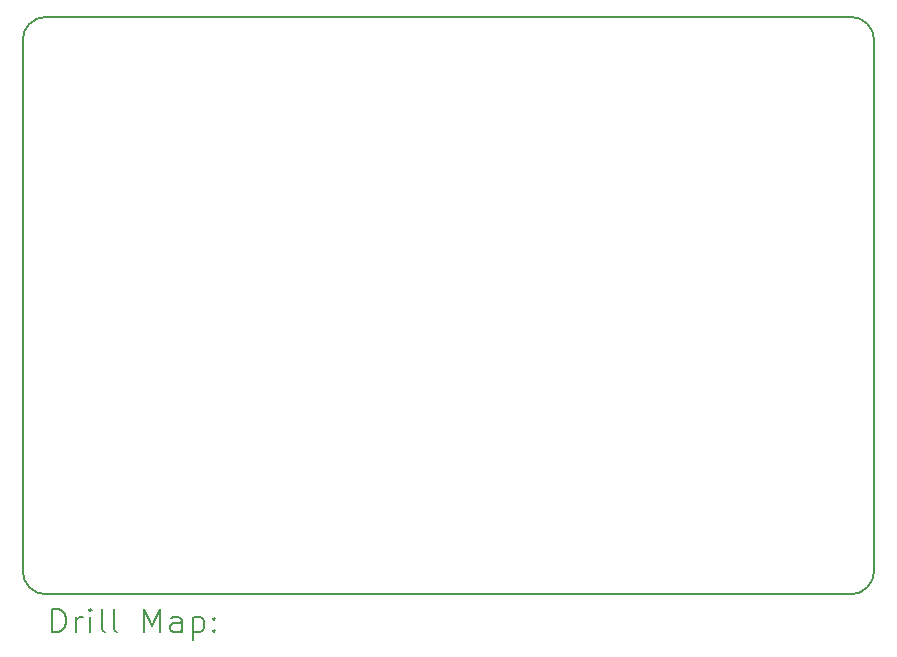
<source format=gbr>
%TF.GenerationSoftware,KiCad,Pcbnew,8.0.2*%
%TF.CreationDate,2024-06-16T16:36:40+02:00*%
%TF.ProjectId,Screen Control,53637265-656e-4204-936f-6e74726f6c2e,rev?*%
%TF.SameCoordinates,Original*%
%TF.FileFunction,Drillmap*%
%TF.FilePolarity,Positive*%
%FSLAX45Y45*%
G04 Gerber Fmt 4.5, Leading zero omitted, Abs format (unit mm)*
G04 Created by KiCad (PCBNEW 8.0.2) date 2024-06-16 16:36:40*
%MOMM*%
%LPD*%
G01*
G04 APERTURE LIST*
%ADD10C,0.200000*%
G04 APERTURE END LIST*
D10*
X11123930Y-10323220D02*
X11123930Y-5833720D01*
X18134990Y-5633720D02*
G75*
G02*
X18334990Y-5833720I0J-200000D01*
G01*
X11323930Y-5633720D02*
X18134990Y-5633720D01*
X18134990Y-10523220D02*
X11323930Y-10523220D01*
X11123930Y-5833720D02*
G75*
G02*
X11323930Y-5633720I200000J0D01*
G01*
X11323930Y-10523220D02*
G75*
G02*
X11123930Y-10323220I0J200000D01*
G01*
X18334990Y-10323220D02*
G75*
G02*
X18134990Y-10523220I-200000J0D01*
G01*
X18334990Y-5833720D02*
X18334990Y-10323220D01*
X11374707Y-10844704D02*
X11374707Y-10644704D01*
X11374707Y-10644704D02*
X11422326Y-10644704D01*
X11422326Y-10644704D02*
X11450897Y-10654228D01*
X11450897Y-10654228D02*
X11469945Y-10673275D01*
X11469945Y-10673275D02*
X11479469Y-10692323D01*
X11479469Y-10692323D02*
X11488992Y-10730418D01*
X11488992Y-10730418D02*
X11488992Y-10758990D01*
X11488992Y-10758990D02*
X11479469Y-10797085D01*
X11479469Y-10797085D02*
X11469945Y-10816132D01*
X11469945Y-10816132D02*
X11450897Y-10835180D01*
X11450897Y-10835180D02*
X11422326Y-10844704D01*
X11422326Y-10844704D02*
X11374707Y-10844704D01*
X11574707Y-10844704D02*
X11574707Y-10711370D01*
X11574707Y-10749466D02*
X11584231Y-10730418D01*
X11584231Y-10730418D02*
X11593754Y-10720894D01*
X11593754Y-10720894D02*
X11612802Y-10711370D01*
X11612802Y-10711370D02*
X11631850Y-10711370D01*
X11698516Y-10844704D02*
X11698516Y-10711370D01*
X11698516Y-10644704D02*
X11688992Y-10654228D01*
X11688992Y-10654228D02*
X11698516Y-10663751D01*
X11698516Y-10663751D02*
X11708040Y-10654228D01*
X11708040Y-10654228D02*
X11698516Y-10644704D01*
X11698516Y-10644704D02*
X11698516Y-10663751D01*
X11822326Y-10844704D02*
X11803278Y-10835180D01*
X11803278Y-10835180D02*
X11793754Y-10816132D01*
X11793754Y-10816132D02*
X11793754Y-10644704D01*
X11927088Y-10844704D02*
X11908040Y-10835180D01*
X11908040Y-10835180D02*
X11898516Y-10816132D01*
X11898516Y-10816132D02*
X11898516Y-10644704D01*
X12155659Y-10844704D02*
X12155659Y-10644704D01*
X12155659Y-10644704D02*
X12222326Y-10787561D01*
X12222326Y-10787561D02*
X12288992Y-10644704D01*
X12288992Y-10644704D02*
X12288992Y-10844704D01*
X12469945Y-10844704D02*
X12469945Y-10739942D01*
X12469945Y-10739942D02*
X12460421Y-10720894D01*
X12460421Y-10720894D02*
X12441373Y-10711370D01*
X12441373Y-10711370D02*
X12403278Y-10711370D01*
X12403278Y-10711370D02*
X12384231Y-10720894D01*
X12469945Y-10835180D02*
X12450897Y-10844704D01*
X12450897Y-10844704D02*
X12403278Y-10844704D01*
X12403278Y-10844704D02*
X12384231Y-10835180D01*
X12384231Y-10835180D02*
X12374707Y-10816132D01*
X12374707Y-10816132D02*
X12374707Y-10797085D01*
X12374707Y-10797085D02*
X12384231Y-10778037D01*
X12384231Y-10778037D02*
X12403278Y-10768513D01*
X12403278Y-10768513D02*
X12450897Y-10768513D01*
X12450897Y-10768513D02*
X12469945Y-10758990D01*
X12565183Y-10711370D02*
X12565183Y-10911370D01*
X12565183Y-10720894D02*
X12584231Y-10711370D01*
X12584231Y-10711370D02*
X12622326Y-10711370D01*
X12622326Y-10711370D02*
X12641373Y-10720894D01*
X12641373Y-10720894D02*
X12650897Y-10730418D01*
X12650897Y-10730418D02*
X12660421Y-10749466D01*
X12660421Y-10749466D02*
X12660421Y-10806609D01*
X12660421Y-10806609D02*
X12650897Y-10825656D01*
X12650897Y-10825656D02*
X12641373Y-10835180D01*
X12641373Y-10835180D02*
X12622326Y-10844704D01*
X12622326Y-10844704D02*
X12584231Y-10844704D01*
X12584231Y-10844704D02*
X12565183Y-10835180D01*
X12746135Y-10825656D02*
X12755659Y-10835180D01*
X12755659Y-10835180D02*
X12746135Y-10844704D01*
X12746135Y-10844704D02*
X12736612Y-10835180D01*
X12736612Y-10835180D02*
X12746135Y-10825656D01*
X12746135Y-10825656D02*
X12746135Y-10844704D01*
X12746135Y-10720894D02*
X12755659Y-10730418D01*
X12755659Y-10730418D02*
X12746135Y-10739942D01*
X12746135Y-10739942D02*
X12736612Y-10730418D01*
X12736612Y-10730418D02*
X12746135Y-10720894D01*
X12746135Y-10720894D02*
X12746135Y-10739942D01*
M02*

</source>
